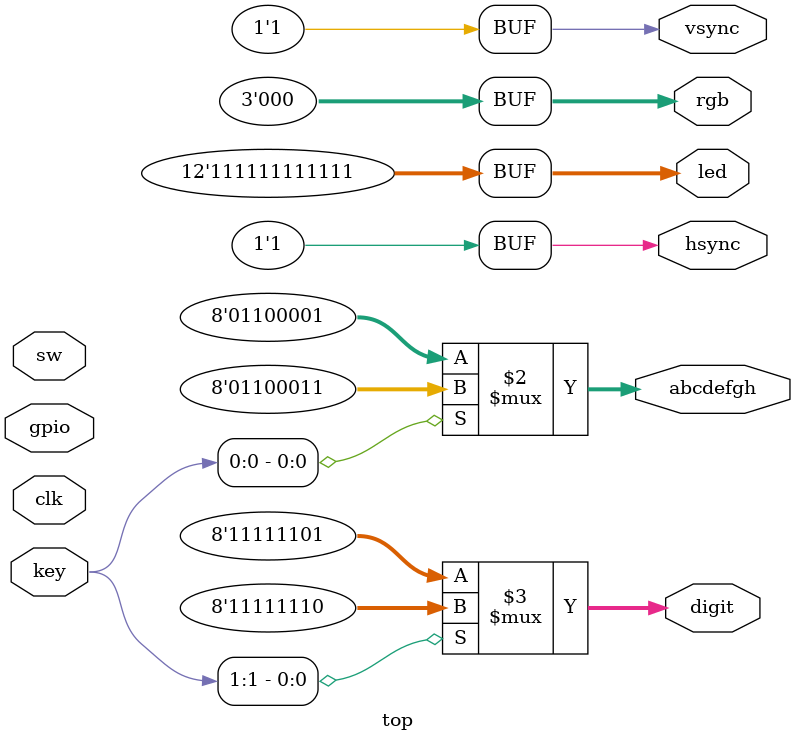
<source format=v>

`include "config.vh"

module top
(
    input         clk,
    input  [ 3:0] key,
    input  [ 7:0] sw,
    output [11:0] led,

    output [ 7:0] abcdefgh,
    output [ 7:0] digit,

    output        vsync,
    output        hsync,
    output [ 2:0] rgb,

    inout  [18:0] gpio
);

    wire reset = ~ key [3];

    assign led    = 12'hfff;
    assign hsync  = 1'b1;
    assign vsync  = 1'b1;
    assign rgb    = 3'b0;

    //   --a--
    //  |     |
    //  f     b
    //  |     |
    //   --g--
    //  |     |
    //  e     c
    //  |     |
    //   --d--  h
    //
    //  0 means light

    parameter [7:0] C = 8'b01100011,
                    E = 8'b01100001,
                    h = 8'b11010001,
                    I = 8'b11110011,
                    P = 8'b00110001;

    assign abcdefgh = key [0] ? C : E;
    assign digit    = key [1] ? 8'b1111_1110 : 8'b1111_1101;

    // Exercise 1: Display the first letters
    // of your first name and last name instead.

    // assign abcdefgh = ...
    // assign digit    = ...

    // Exercise 2: Display letters of a 4-character word
    // using this code to display letter of ChIP as an example

    /*
    reg [7:0] letter;
    
    always @*
      case (key)
      4'b0111: letter = C;
      4'b1011: letter = h;
      4'b1101: letter = I;
      4'b1110: letter = P;
      default: letter = E;
      endcase
      
    assign abcdefgh = letter;
    assign digit    = key == 4'b1111 ? 8'h00 : { key, key };
    */

endmodule

</source>
